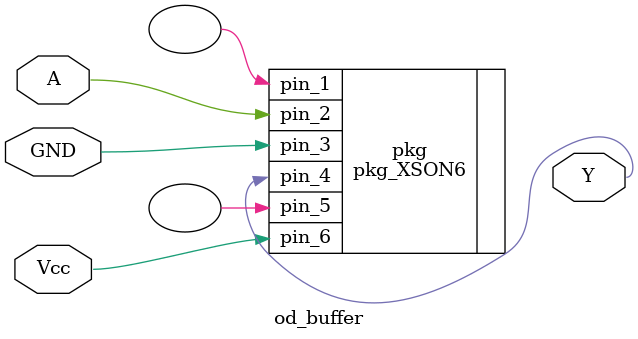
<source format=v>
module od_buffer (GND, Vcc, A, Y);

input GND, Vcc;
input A;
output Y;

/* instantiate the package; the mapping of signals to pins is defined here */

pkg_XSON6 pkg  (.pin_1(),	/* no connect */
		.pin_2(A),
		.pin_3(GND),
		.pin_4(Y),
		.pin_5(),	/* no connect */
		.pin_6(Vcc)
	);

endmodule

</source>
